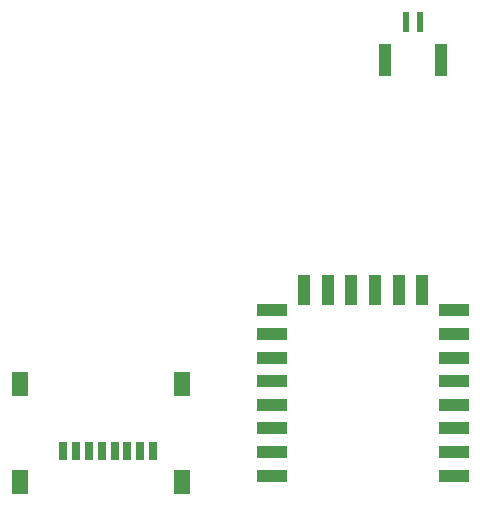
<source format=gbp>
G04 #@! TF.FileFunction,Paste,Bot*
%FSLAX46Y46*%
G04 Gerber Fmt 4.6, Leading zero omitted, Abs format (unit mm)*
G04 Created by KiCad (PCBNEW 4.0.7) date Tue Jan 16 16:57:22 2018*
%MOMM*%
%LPD*%
G01*
G04 APERTURE LIST*
%ADD10C,0.100000*%
%ADD11R,2.500000X1.100000*%
%ADD12R,1.100000X2.500000*%
%ADD13R,0.800000X1.500000*%
%ADD14R,1.450000X2.000000*%
%ADD15R,0.600000X1.800000*%
%ADD16R,1.000000X2.800000*%
G04 APERTURE END LIST*
D10*
D11*
X82300000Y-97400000D03*
X82300000Y-95400000D03*
X82300000Y-93400000D03*
X82300000Y-91400000D03*
X82300000Y-89400000D03*
X82300000Y-87400000D03*
X82300000Y-85400000D03*
X82300000Y-83400000D03*
X97700000Y-83400000D03*
X97700000Y-85400000D03*
X97700000Y-87400000D03*
X97700000Y-89400000D03*
X97700000Y-91400000D03*
X97700000Y-93400000D03*
X97700000Y-95400000D03*
X97700000Y-97400000D03*
D12*
X84990000Y-81700000D03*
X86990000Y-81700000D03*
X88990000Y-81700000D03*
X90990000Y-81700000D03*
X92990000Y-81700000D03*
X94990000Y-81700000D03*
D13*
X64525000Y-95350000D03*
X65625000Y-95350000D03*
X66725000Y-95350000D03*
X67825000Y-95350000D03*
X68925000Y-95350000D03*
X70025000Y-95350000D03*
X71125000Y-95350000D03*
X72225000Y-95350000D03*
D14*
X60925000Y-89650000D03*
X60925000Y-97950000D03*
X74675000Y-89650000D03*
X74675000Y-97950000D03*
D15*
X94825000Y-59000000D03*
X93575000Y-59000000D03*
D16*
X91850000Y-62200000D03*
X96550000Y-62200000D03*
M02*

</source>
